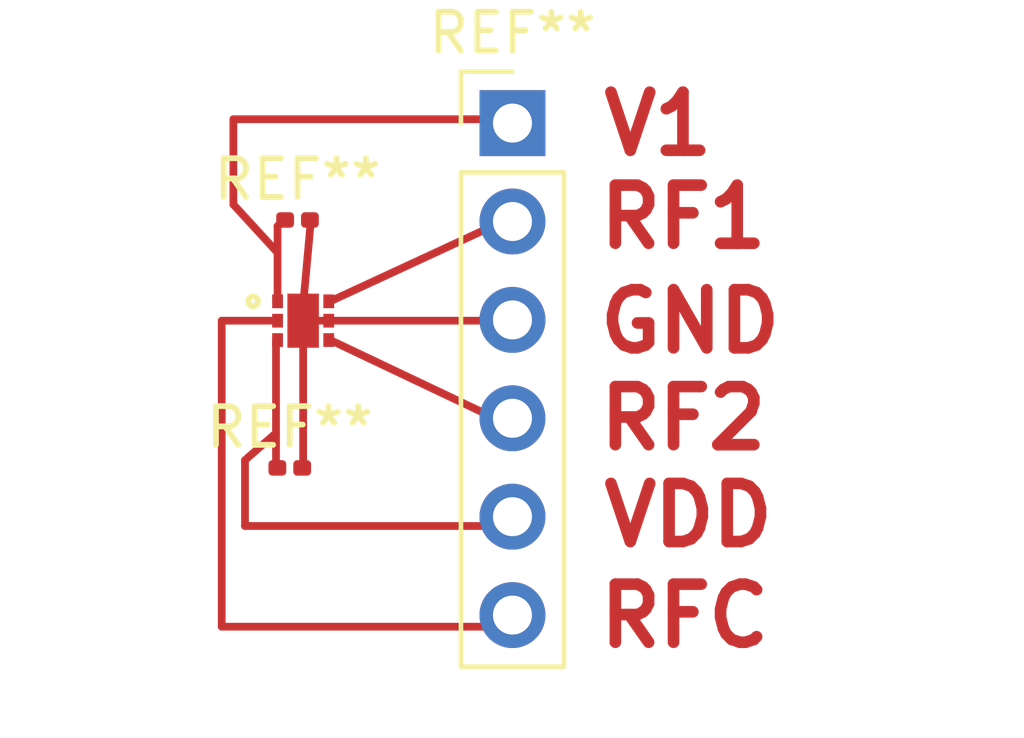
<source format=kicad_pcb>
(kicad_pcb (version 20221018) (generator pcbnew)
  (layers (0 "F.Cu" signal) (31 "B.Cu" signal) (34 "B.Paste" user) (35 "F.Paste" user) (36 "B.SilkS" user "B.Silkscreen") (37 "F.SilkS" user "F.Silkscreen") (38 "B.Mask" user) (39 "F.Mask" user) (44 "Edge.Cuts" user))
  (net 0 "")
  (footprint "PE42424A:DFN6_1P5X1P5-0P5_PSM" (layer "F.Cu") (at 106.1 75.3)
    (fp_text reference "REF**" hide)
    (fp_text value "DFN6_1P5X1P5-0P5_PSM" hide)
    (fp_circle (center -1.291063 -0.500126) (end -1.164063 -0.500126) (stroke (width 0.1524)) (fill none) (layer "F.SilkS"))
    (pad "1" smd rect (at -0.660001 -0.500126) (size 0.2794 0.3556) (layers "F.Cu" "F.Paste" "F.Mask"))
    (pad "2" smd rect (at -0.660001 0) (size 0.2794 0.3556) (layers "F.Cu" "F.Paste" "F.Mask"))
    (pad "3" smd rect (at -0.660001 0.500126) (size 0.2794 0.3556) (layers "F.Cu" "F.Paste" "F.Mask"))
    (pad "4" smd rect (at 0.660001 0.500126) (size 0.2794 0.3556) (layers "F.Cu" "F.Paste" "F.Mask"))
    (pad "5" smd rect (at 0.660001 0) (size 0.2794 0.3556) (layers "F.Cu" "F.Paste" "F.Mask"))
    (pad "6" smd rect (at 0.660001 -0.500126) (size 0.2794 0.3556) (layers "F.Cu" "F.Paste" "F.Mask"))
    (pad "7" smd rect (at 0 0) (size 0.8128 1.397) (layers "F.Cu" "F.Mask"))
  )
  (footprint "Resistor_SMD:R_0201_0603Metric" (layer "F.Cu") (at 105.955 72.7)
    (fp_text reference "REF**" (at 0 -1.05) (layer "F.SilkS"))
    (fp_text value "R_0201_0603Metric")
    (pad "1" smd roundrect (at -0.32 0) (size 0.46 0.4) (layers "F.Cu" "F.Mask"))
    (pad "2" smd roundrect (at 0.32 0) (size 0.46 0.4) (layers "F.Cu" "F.Mask"))
  )
  (footprint "Connector_PinHeader_2.54mm:PinHeader_1x06_P2.54mm_Vertical" (layer "F.Cu") (at 111.5 70.2)
    (fp_text reference "REF**" (at 0 -2.33) (layer "F.SilkS"))
    (fp_text value "PinHeader_1x06_P2.54mm_Vertical")
    (fp_line (start -1.33 -1.33) (end 0 -1.33) (stroke (width 0.12)) (layer "F.SilkS"))
    (fp_line (start -1.33 0) (end -1.33 -1.33) (stroke (width 0.12)) (layer "F.SilkS"))
    (fp_line (start -1.33 1.27) (end -1.33 14.03) (stroke (width 0.12)) (layer "F.SilkS"))
    (fp_line (start -1.33 1.27) (end 1.33 1.27) (stroke (width 0.12)) (layer "F.SilkS"))
    (fp_line (start -1.33 14.03) (end 1.33 14.03) (stroke (width 0.12)) (layer "F.SilkS"))
    (fp_line (start 1.33 1.27) (end 1.33 14.03) (stroke (width 0.12)) (layer "F.SilkS"))
    (pad "1" thru_hole rect (at 0 0) (size 1.7 1.7) (drill 1) (layers "*.Cu" "*.Mask"))
    (pad "2" thru_hole oval (at 0 2.54) (size 1.7 1.7) (drill 1) (layers "*.Cu" "*.Mask"))
    (pad "3" thru_hole oval (at 0 5.08) (size 1.7 1.7) (drill 1) (layers "*.Cu" "*.Mask"))
    (pad "4" thru_hole oval (at 0 7.62) (size 1.7 1.7) (drill 1) (layers "*.Cu" "*.Mask"))
    (pad "5" thru_hole oval (at 0 10.16) (size 1.7 1.7) (drill 1) (layers "*.Cu" "*.Mask"))
    (pad "6" thru_hole oval (at 0 12.7) (size 1.7 1.7) (drill 1) (layers "*.Cu" "*.Mask"))
  )
  (footprint "Resistor_SMD:R_0201_0603Metric" (layer "F.Cu") (at 105.755 79.1)
    (fp_text reference "REF**" (at 0 -1.05) (layer "F.SilkS"))
    (fp_text value "R_0201_0603Metric")
    (pad "1" smd roundrect (at -0.32 0) (size 0.46 0.4) (layers "F.Cu" "F.Mask"))
    (pad "2" smd roundrect (at 0.32 0) (size 0.46 0.4) (layers "F.Cu" "F.Mask"))
  )
  (gr_line (start 106.4 75.3) (end 106.7 75.3) (stroke (width 0.2)) (layer "F.Cu"))
  (gr_line (start 104.3 70.1) (end 110.8 70.1) (stroke (width 0.2)) (layer "F.Cu"))
  (gr_line (start 104.6 78.9) (end 104.6 80.6) (stroke (width 0.2)) (layer "F.Cu"))
  (gr_line (start 105.4 75.8) (end 105.4 79.1) (stroke (width 0.2)) (layer "F.Cu"))
  (gr_line (start 105.4 78.2) (end 104.6 78.9) (stroke (width 0.2)) (layer "F.Cu"))
  (gr_line (start 105.4 75.3) (end 104 75.3) (stroke (width 0.2)) (layer "F.Cu"))
  (gr_line (start 104.3 72.3) (end 104.3 70.1) (stroke (width 0.2)) (layer "F.Cu"))
  (gr_line (start 106.8 74.8) (end 110.9 72.9) (stroke (width 0.2)) (layer "F.Cu"))
  (gr_line (start 104.6 80.6) (end 110.9 80.6) (stroke (width 0.2)) (layer "F.Cu"))
  (gr_line (start 105.4 73.5) (end 104.3 72.3) (stroke (width 0.2)) (layer "F.Cu"))
  (gr_line (start 106.3 72.7) (end 106.1 74.9) (stroke (width 0.2)) (layer "F.Cu"))
  (gr_line (start 106.8 75.8) (end 110.8 77.7) (stroke (width 0.2)) (layer "F.Cu"))
  (gr_line (start 104 75.3) (end 104 83.2) (stroke (width 0.2)) (layer "F.Cu"))
  (gr_line (start 106.1 79) (end 106.1 75.9) (stroke (width 0.2)) (layer "F.Cu"))
  (gr_line (start 104 83.2) (end 111 83.2) (stroke (width 0.2)) (layer "F.Cu"))
  (gr_circle (center 111.5 80.36) (end 112 80.36) (stroke (width 0.01)) (fill none) (layer "Edge.Cuts"))
  (gr_circle (center 111.5 72.74) (end 112 72.74) (stroke (width 0.01)) (fill none) (layer "Edge.Cuts"))
  (gr_circle (center 111.5 82.9) (end 112 82.9) (stroke (width 0.01)) (fill none) (layer "Edge.Cuts"))
  (gr_circle (center 111.5 70.2) (end 112 70.2) (stroke (width 0.01)) (fill none) (layer "Edge.Cuts"))
  (gr_circle (center 111.5 77.82) (end 112 77.82) (stroke (width 0.01)) (fill none) (layer "Edge.Cuts"))
  (gr_circle (center 111.5 75.28) (end 112 75.28) (stroke (width 0.01)) (fill none) (layer "Edge.Cuts"))
  (gr_text "RF1" (at 113.6 73.5) (layer "F.Cu") (effects (font (size 1.5 1.5) (thickness 0.3) bold) (justify left bottom)))
  (gr_text "VDD" (at 113.7 81.2) (layer "F.Cu") (effects (font (size 1.5 1.5) (thickness 0.3) bold) (justify left bottom)))
  (gr_text "GND" (at 113.6 76.2) (layer "F.Cu") (effects (font (size 1.5 1.5) (thickness 0.3) bold) (justify left bottom)))
  (gr_text "RFC" (at 113.6 83.8) (layer "F.Cu") (effects (font (size 1.5 1.5) (thickness 0.3) bold) (justify left bottom)))
  (gr_text "RF2" (at 113.6 78.7) (layer "F.Cu") (effects (font (size 1.5 1.5) (thickness 0.3) bold) (justify left bottom)))
  (gr_text "V1" (at 113.7 71.1) (layer "F.Cu") (effects (font (size 1.5 1.5) (thickness 0.3) bold) (justify left bottom)))
  (segment (start 111.48 75.3) (end 111.5 75.28) (width 0) (layer "F.Cu") (net 0))
  (segment (start 105.439999 72.860001) (end 105.6 72.7) (width 0.2) (layer "F.Cu") (net 0))
  (segment (start 106.760001 75.3) (end 111.48 75.3) (width 0.2) (layer "F.Cu") (net 0))
  (segment (start 105.439999 74.799874) (end 105.439999 72.860001) (width 0.2) (layer "F.Cu") (net 0))
)
</source>
